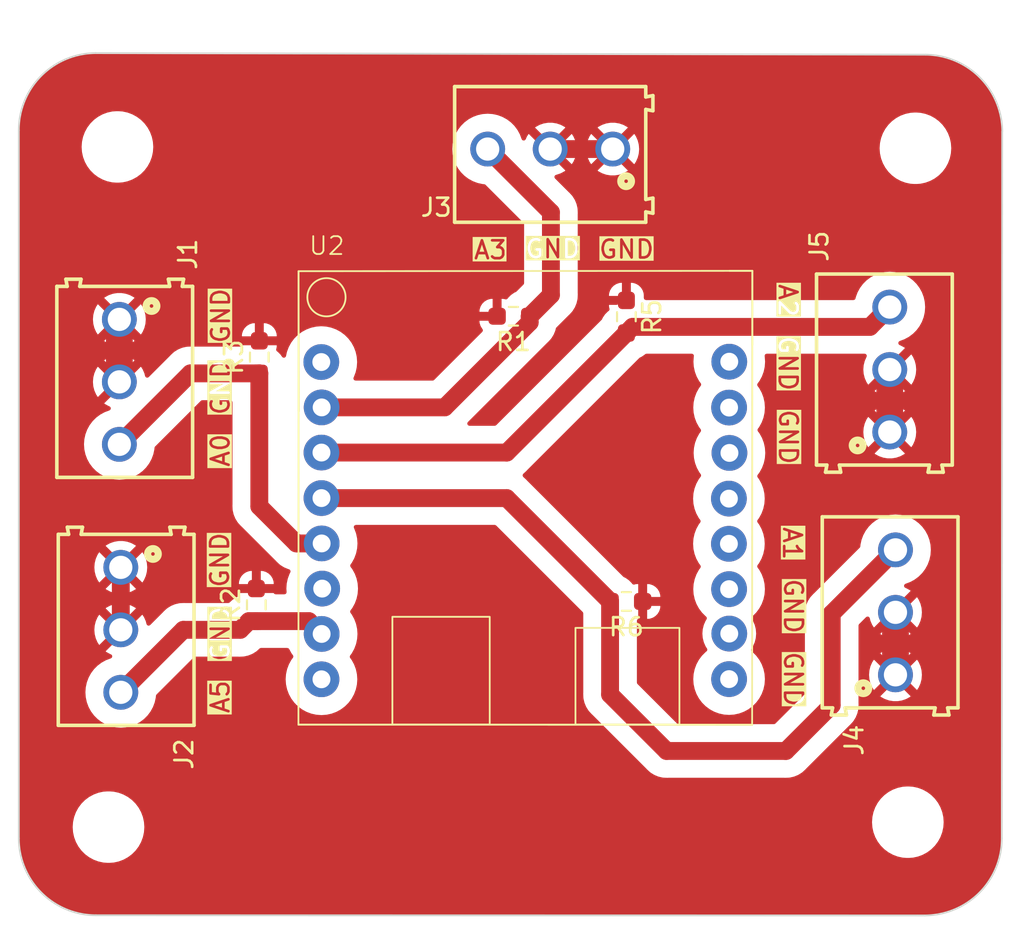
<source format=kicad_pcb>
(kicad_pcb (version 20221018) (generator pcbnew)
  (layers (0 "F.Cu" signal) (31 "B.Cu" signal) (34 "B.Paste" user) (35 "F.Paste" user) (36 "B.SilkS" user "B.Silkscreen") (37 "F.SilkS" user "F.Silkscreen") (38 "B.Mask" user) (39 "F.Mask" user) (44 "Edge.Cuts" user))
  (net 0 "")
  (net 1 "GND")
  (net 2 "A0")
  (net 3 "A5")
  (net 4 "A2")
  (net 14 "A1")
  (net 15 "A3")
  (net 16 "A4")
  (footprint "Resistor_SMD:R_0603_1608Metric_Pad0.98x0.95mm_HandSolder" (layer "F.Cu") (at 158.2425 91.76 180)
    (fp_text reference "R6" (at 0 -1.43) (layer "F.SilkS"))
    (fp_text value "1MΩ ")
    (fp_line (start -0.254724 -0.5225) (end 0.254724 -0.5225) (stroke (width 0.12)) (layer "F.SilkS"))
    (fp_line (start -0.254724 0.5225) (end 0.254724 0.5225) (stroke (width 0.12)) (layer "F.SilkS"))
    (pad "1" smd roundrect (at -0.9125 0 180) (size 0.975 0.95) (layers "F.Cu" "F.Paste" "F.Mask") (net 1 "GND"))
    (pad "2" smd roundrect (at 0.9125 0 180) (size 0.975 0.95) (layers "F.Cu" "F.Paste" "F.Mask") (net 14 "A1"))
  )
  (footprint "691214110003:691214110003" (layer "F.Cu") (at 129.8575 79.46 -90)
    (fp_text reference "J1" (at -7.15 -3.83 90) (layer "F.SilkS"))
    (fp_text value "691214110003")
    (fp_line (start -5.75 -3.595) (end -5.35 -3.52) (stroke (width 0.2)) (layer "F.SilkS"))
    (fp_line (start -5.75 -2.745) (end -5.75 -3.595) (stroke (width 0.2)) (layer "F.SilkS"))
    (fp_line (start -5.75 2.145) (end -5.35 2.22) (stroke (width 0.2)) (layer "F.SilkS"))
    (fp_line (start -5.75 2.995) (end -5.75 2.145) (stroke (width 0.2)) (layer "F.SilkS"))
    (fp_line (start -5.35 -4.1) (end 5.35 -4.1) (stroke (width 0.2)) (layer "F.SilkS"))
    (fp_line (start -5.35 -3.52) (end -5.35 -4.1) (stroke (width 0.2)) (layer "F.SilkS"))
    (fp_line (start -5.35 -2.82) (end -5.75 -2.745) (stroke (width 0.2)) (layer "F.SilkS"))
    (fp_line (start -5.35 2.22) (end -5.35 -2.82) (stroke (width 0.2)) (layer "F.SilkS"))
    (fp_line (start -5.35 2.92) (end -5.75 2.995) (stroke (width 0.2)) (layer "F.SilkS"))
    (fp_line (start -5.35 3.5) (end -5.35 2.92) (stroke (width 0.2)) (layer "F.SilkS"))
    (fp_line (start 5.35 -4.1) (end 5.35 3.5) (stroke (width 0.2)) (layer "F.SilkS"))
    (fp_line (start 5.35 3.5) (end -5.35 3.5) (stroke (width 0.2)) (layer "F.SilkS"))
    (fp_circle (center -4.25 -1.8) (end -4.15 -1.8) (stroke (width 0.4)) (fill none) (layer "F.SilkS"))
    (pad "1" thru_hole circle (at -3.5 0 270) (size 1.95 1.95) (drill 1.3) (layers "*.Cu" "*.Mask") (net 1 "GND"))
    (pad "2" thru_hole circle (at 0 0 270) (size 1.95 1.95) (drill 1.3) (layers "*.Cu" "*.Mask") (net 1 "GND"))
    (pad "3" thru_hole circle (at 3.5 0 270) (size 1.95 1.95) (drill 1.3) (layers "*.Cu" "*.Mask") (net 2 "A0"))
  )
  (footprint "c3 pico:c3 pico" (layer "F.Cu") (at 139.8725 73.33)
    (fp_text reference "U2" (at 1.6 -1.49 unlocked) (layer "F.SilkS") (effects (font (thickness 0.1))))
    (fp_text value "C3 Pico")
    (fp_line (start 0.01 25.33) (end 25.41 25.34) (stroke (width 0.1)) (layer "F.SilkS"))
    (fp_line (start 0.01 25.33) (end 25.42 25.34) (stroke (width 0.1)) (layer "F.SilkS"))
    (fp_line (start 0.02 -0.07) (end 0.01 25.33) (stroke (width 0.1)) (layer "F.SilkS"))
    (fp_line (start 0.02 -0.07) (end 0.03 7.78) (stroke (width 0.1)) (layer "F.SilkS"))
    (fp_line (start 25.41 25.34) (end 25.42 -0.09) (stroke (width 0.1)) (layer "F.SilkS"))
    (fp_line (start 25.42 -0.09) (end 0.02 -0.07) (stroke (width 0.1)) (layer "F.SilkS"))
    (fp_line (start 25.42 -0.09) (end 24.15 -0.09) (stroke (width 0.1)) (layer "F.SilkS"))
    (fp_line (start 25.42 -0.09) (end 25.42 4.06) (stroke (width 0.1)) (layer "F.SilkS"))
    (fp_rect (start 5.27 19.29) (end 10.72 25.32) (stroke (width 0.1)) (fill none) (layer "F.SilkS"))
    (fp_rect (start 15.52 19.91) (end 21.34 25.32) (stroke (width 0.1)) (fill none) (layer "F.SilkS"))
    (fp_circle (center 1.58 1.39) (end 2.46 2) (stroke (width 0.1)) (fill none) (layer "F.SilkS"))
    (pad "0" thru_hole oval (at 1.31 15.18) (size 2 2) (drill 1) (layers "*.Cu" "*.Mask") (net 2 "A0"))
    (pad "1" thru_hole oval (at 1.3 12.64) (size 2 2) (drill 1) (layers "*.Cu" "*.Mask") (net 14 "A1"))
    (pad "2" thru_hole oval (at 1.3 10.09) (size 2 2) (drill 1) (layers "*.Cu" "*.Mask") (net 4 "A2"))
    (pad "3" thru_hole oval (at 1.31 7.56) (size 2 2) (drill 1) (layers "*.Cu" "*.Mask") (net 15 "A3"))
    (pad "3V" thru_hole oval (at 1.3 22.79) (size 2 2) (drill 1) (layers "*.Cu" "*.Mask"))
    (pad "4" thru_hole oval (at 1.34 17.71) (size 2 2) (drill 1) (layers "*.Cu" "*.Mask") (net 16 "A4"))
    (pad "5" thru_hole oval (at 1.31 20.25) (size 2 2) (drill 1) (layers "*.Cu" "*.Mask") (net 3 "A5"))
    (pad "6" thru_hole oval (at 24.12 17.74) (size 2 2) (drill 1) (layers "*.Cu" "*.Mask"))
    (pad "7" thru_hole oval (at 24.11 15.2) (size 2 2) (drill 1) (layers "*.Cu" "*.Mask"))
    (pad "8" thru_hole oval (at 24.11 12.67) (size 2 2) (drill 1) (layers "*.Cu" "*.Mask"))
    (pad "10" thru_hole oval (at 24.14 10.11) (size 2 2) (drill 1) (layers "*.Cu" "*.Mask"))
    (pad "20" thru_hole oval (at 24.12 7.57) (size 2 2) (drill 1) (layers "*.Cu" "*.Mask"))
    (pad "21" thru_hole oval (at 24.13 5) (size 2 2) (drill 1) (layers "*.Cu" "*.Mask"))
    (pad "EN" thru_hole oval (at 1.29 5.02) (size 2 2) (drill 1) (layers "*.Cu" "*.Mask"))
    (pad "GND" thru_hole oval (at 24.13 20.23) (size 2 2) (drill 1) (layers "*.Cu" "*.Mask") (net 1 "GND"))
    (pad "V" thru_hole oval (at 24.12 22.78) (size 2 2) (drill 1) (layers "*.Cu" "*.Mask"))
  )
  (footprint "691214110003:691214110003" (layer "F.Cu") (at 173.3075 92.37 90)
    (fp_text reference "J4" (at -7.16 -2.31 90) (layer "F.SilkS"))
    (fp_text value "691214110003")
    (fp_line (start -5.75 -3.595) (end -5.35 -3.52) (stroke (width 0.2)) (layer "F.SilkS"))
    (fp_line (start -5.75 -2.745) (end -5.75 -3.595) (stroke (width 0.2)) (layer "F.SilkS"))
    (fp_line (start -5.75 2.145) (end -5.35 2.22) (stroke (width 0.2)) (layer "F.SilkS"))
    (fp_line (start -5.75 2.995) (end -5.75 2.145) (stroke (width 0.2)) (layer "F.SilkS"))
    (fp_line (start -5.35 -4.1) (end 5.35 -4.1) (stroke (width 0.2)) (layer "F.SilkS"))
    (fp_line (start -5.35 -3.52) (end -5.35 -4.1) (stroke (width 0.2)) (layer "F.SilkS"))
    (fp_line (start -5.35 -2.82) (end -5.75 -2.745) (stroke (width 0.2)) (layer "F.SilkS"))
    (fp_line (start -5.35 2.22) (end -5.35 -2.82) (stroke (width 0.2)) (layer "F.SilkS"))
    (fp_line (start -5.35 2.92) (end -5.75 2.995) (stroke (width 0.2)) (layer "F.SilkS"))
    (fp_line (start -5.35 3.5) (end -5.35 2.92) (stroke (width 0.2)) (layer "F.SilkS"))
    (fp_line (start 5.35 -4.1) (end 5.35 3.5) (stroke (width 0.2)) (layer "F.SilkS"))
    (fp_line (start 5.35 3.5) (end -5.35 3.5) (stroke (width 0.2)) (layer "F.SilkS"))
    (fp_circle (center -4.25 -1.8) (end -4.15 -1.8) (stroke (width 0.4)) (fill none) (layer "F.SilkS"))
    (pad "1" thru_hole circle (at -3.5 0 90) (size 1.95 1.95) (drill 1.3) (layers "*.Cu" "*.Mask") (net 1 "GND"))
    (pad "2" thru_hole circle (at 0 0 90) (size 1.95 1.95) (drill 1.3) (layers "*.Cu" "*.Mask") (net 1 "GND"))
    (pad "3" thru_hole circle (at 3.5 0 90) (size 1.95 1.95) (drill 1.3) (layers "*.Cu" "*.Mask") (net 14 "A1"))
  )
  (footprint "691214110003:691214110003" (layer "F.Cu") (at 129.9375 93.35 -90)
    (fp_text reference "J2" (at 6.96 -3.54 90) (layer "F.SilkS"))
    (fp_text value "691214110003")
    (fp_line (start -5.75 -3.595) (end -5.35 -3.52) (stroke (width 0.2)) (layer "F.SilkS"))
    (fp_line (start -5.75 -2.745) (end -5.75 -3.595) (stroke (width 0.2)) (layer "F.SilkS"))
    (fp_line (start -5.75 2.145) (end -5.35 2.22) (stroke (width 0.2)) (layer "F.SilkS"))
    (fp_line (start -5.75 2.995) (end -5.75 2.145) (stroke (width 0.2)) (layer "F.SilkS"))
    (fp_line (start -5.35 -4.1) (end 5.35 -4.1) (stroke (width 0.2)) (layer "F.SilkS"))
    (fp_line (start -5.35 -3.52) (end -5.35 -4.1) (stroke (width 0.2)) (layer "F.SilkS"))
    (fp_line (start -5.35 -2.82) (end -5.75 -2.745) (stroke (width 0.2)) (layer "F.SilkS"))
    (fp_line (start -5.35 2.22) (end -5.35 -2.82) (stroke (width 0.2)) (layer "F.SilkS"))
    (fp_line (start -5.35 2.92) (end -5.75 2.995) (stroke (width 0.2)) (layer "F.SilkS"))
    (fp_line (start -5.35 3.5) (end -5.35 2.92) (stroke (width 0.2)) (layer "F.SilkS"))
    (fp_line (start 5.35 -4.1) (end 5.35 3.5) (stroke (width 0.2)) (layer "F.SilkS"))
    (fp_line (start 5.35 3.5) (end -5.35 3.5) (stroke (width 0.2)) (layer "F.SilkS"))
    (fp_circle (center -4.25 -1.8) (end -4.15 -1.8) (stroke (width 0.4)) (fill none) (layer "F.SilkS"))
    (pad "1" thru_hole circle (at -3.5 0 270) (size 1.95 1.95) (drill 1.3) (layers "*.Cu" "*.Mask") (net 1 "GND"))
    (pad "2" thru_hole circle (at 0 0 270) (size 1.95 1.95) (drill 1.3) (layers "*.Cu" "*.Mask") (net 1 "GND"))
    (pad "3" thru_hole circle (at 3.5 0 270) (size 1.95 1.95) (drill 1.3) (layers "*.Cu" "*.Mask") (net 3 "A5"))
  )
  (footprint "691214110003:691214110003" (layer "F.Cu") (at 172.9875 78.77 90)
    (fp_text reference "J5" (at 6.91 -3.95 90) (layer "F.SilkS"))
    (fp_text value "691214110003")
    (fp_line (start -5.75 -3.595) (end -5.35 -3.52) (stroke (width 0.2)) (layer "F.SilkS"))
    (fp_line (start -5.75 -2.745) (end -5.75 -3.595) (stroke (width 0.2)) (layer "F.SilkS"))
    (fp_line (start -5.75 2.145) (end -5.35 2.22) (stroke (width 0.2)) (layer "F.SilkS"))
    (fp_line (start -5.75 2.995) (end -5.75 2.145) (stroke (width 0.2)) (layer "F.SilkS"))
    (fp_line (start -5.35 -4.1) (end 5.35 -4.1) (stroke (width 0.2)) (layer "F.SilkS"))
    (fp_line (start -5.35 -3.52) (end -5.35 -4.1) (stroke (width 0.2)) (layer "F.SilkS"))
    (fp_line (start -5.35 -2.82) (end -5.75 -2.745) (stroke (width 0.2)) (layer "F.SilkS"))
    (fp_line (start -5.35 2.22) (end -5.35 -2.82) (stroke (width 0.2)) (layer "F.SilkS"))
    (fp_line (start -5.35 2.92) (end -5.75 2.995) (stroke (width 0.2)) (layer "F.SilkS"))
    (fp_line (start -5.35 3.5) (end -5.35 2.92) (stroke (width 0.2)) (layer "F.SilkS"))
    (fp_line (start 5.35 -4.1) (end 5.35 3.5) (stroke (width 0.2)) (layer "F.SilkS"))
    (fp_line (start 5.35 3.5) (end -5.35 3.5) (stroke (width 0.2)) (layer "F.SilkS"))
    (fp_circle (center -4.25 -1.8) (end -4.15 -1.8) (stroke (width 0.4)) (fill none) (layer "F.SilkS"))
    (pad "1" thru_hole circle (at -3.5 0 90) (size 1.95 1.95) (drill 1.3) (layers "*.Cu" "*.Mask") (net 1 "GND"))
    (pad "2" thru_hole circle (at 0 0 90) (size 1.95 1.95) (drill 1.3) (layers "*.Cu" "*.Mask") (net 1 "GND"))
    (pad "3" thru_hole circle (at 3.5 0 90) (size 1.95 1.95) (drill 1.3) (layers "*.Cu" "*.Mask") (net 4 "A2"))
  )
  (footprint "Resistor_SMD:R_0603_1608Metric_Pad0.98x0.95mm_HandSolder" (layer "F.Cu") (at 158.2425 75.81 -90)
    (fp_text reference "R5" (at 0 -1.43 90) (layer "F.SilkS"))
    (fp_text value "1MΩ ")
    (fp_line (start -0.254724 -0.5225) (end 0.254724 -0.5225) (stroke (width 0.12)) (layer "F.SilkS"))
    (fp_line (start -0.254724 0.5225) (end 0.254724 0.5225) (stroke (width 0.12)) (layer "F.SilkS"))
    (pad "1" smd roundrect (at -0.9125 0 270) (size 0.975 0.95) (layers "F.Cu" "F.Paste" "F.Mask") (net 1 "GND"))
    (pad "2" smd roundrect (at 0.9125 0 270) (size 0.975 0.95) (layers "F.Cu" "F.Paste" "F.Mask") (net 4 "A2"))
  )
  (footprint "MountingHole:MountingHole_3.5mm" (layer "F.Cu") (at 174 104.125)
    (fp_text reference "H3" hide)
    (fp_text value "MountingHole")
    (pad "" np_thru_hole circle (at 0 0) (size 3.5 3.5) (drill 3.5) (layers "*.Cu" "*.Mask"))
  )
  (footprint "Resistor_SMD:R_0603_1608Metric_Pad0.98x0.95mm_HandSolder" (layer "F.Cu") (at 137.525 91.95 90)
    (fp_text reference "R2" (at 0 -1.43 90) (layer "F.SilkS"))
    (fp_text value "1MΩ ")
    (fp_line (start -0.254724 -0.5225) (end 0.254724 -0.5225) (stroke (width 0.12)) (layer "F.SilkS"))
    (fp_line (start -0.254724 0.5225) (end 0.254724 0.5225) (stroke (width 0.12)) (layer "F.SilkS"))
    (pad "1" smd roundrect (at -0.9125 0 90) (size 0.975 0.95) (layers "F.Cu" "F.Paste" "F.Mask") (net 3 "A5"))
    (pad "2" smd roundrect (at 0.9125 0 90) (size 0.975 0.95) (layers "F.Cu" "F.Paste" "F.Mask") (net 1 "GND"))
  )
  (footprint "Resistor_SMD:R_0603_1608Metric_Pad0.98x0.95mm_HandSolder" (layer "F.Cu") (at 137.6925 78.0725 90)
    (fp_text reference "R3" (at 0 -1.43 90) (layer "F.SilkS"))
    (fp_text value "1MΩ ")
    (fp_line (start -0.254724 -0.5225) (end 0.254724 -0.5225) (stroke (width 0.12)) (layer "F.SilkS"))
    (fp_line (start -0.254724 0.5225) (end 0.254724 0.5225) (stroke (width 0.12)) (layer "F.SilkS"))
    (pad "1" smd roundrect (at -0.9125 0 90) (size 0.975 0.95) (layers "F.Cu" "F.Paste" "F.Mask") (net 2 "A0"))
    (pad "2" smd roundrect (at 0.9125 0 90) (size 0.975 0.95) (layers "F.Cu" "F.Paste" "F.Mask") (net 1 "GND"))
  )
  (footprint "Resistor_SMD:R_0603_1608Metric_Pad0.98x0.95mm_HandSolder" (layer "F.Cu") (at 151.9175 75.785 180)
    (fp_text reference "R1" (at 0 -1.43) (layer "F.SilkS"))
    (fp_text value "1MΩ ")
    (fp_line (start -0.254724 -0.5225) (end 0.254724 -0.5225) (stroke (width 0.12)) (layer "F.SilkS"))
    (fp_line (start -0.254724 0.5225) (end 0.254724 0.5225) (stroke (width 0.12)) (layer "F.SilkS"))
    (pad "1" smd roundrect (at -0.9125 0 180) (size 0.975 0.95) (layers "F.Cu" "F.Paste" "F.Mask") (net 15 "A3"))
    (pad "2" smd roundrect (at 0.9125 0 180) (size 0.975 0.95) (layers "F.Cu" "F.Paste" "F.Mask") (net 1 "GND"))
  )
  (footprint "MountingHole:MountingHole_3.5mm" (layer "F.Cu") (at 129.75 66.3)
    (fp_text reference "H1" hide)
    (fp_text value "MountingHole")
    (pad "" np_thru_hole circle (at 0 0) (size 3.5 3.5) (drill 3.5) (layers "*.Cu" "*.Mask"))
  )
  (footprint "MountingHole:MountingHole_3.5mm" (layer "F.Cu") (at 174.425 66.375)
    (fp_text reference "H2" hide)
    (fp_text value "MountingHole")
    (pad "" np_thru_hole circle (at 0 0) (size 3.5 3.5) (drill 3.5) (layers "*.Cu" "*.Mask"))
  )
  (footprint "691214110003:691214110003" (layer "F.Cu") (at 153.9775 66.42 180)
    (fp_text reference "J3" (at 6.38 -3.27) (layer "F.SilkS"))
    (fp_text value "691214110003")
    (fp_line (start -5.75 -3.595) (end -5.35 -3.52) (stroke (width 0.2)) (layer "F.SilkS"))
    (fp_line (start -5.75 -2.745) (end -5.75 -3.595) (stroke (width 0.2)) (layer "F.SilkS"))
    (fp_line (start -5.75 2.145) (end -5.35 2.22) (stroke (width 0.2)) (layer "F.SilkS"))
    (fp_line (start -5.75 2.995) (end -5.75 2.145) (stroke (width 0.2)) (layer "F.SilkS"))
    (fp_line (start -5.35 -4.1) (end 5.35 -4.1) (stroke (width 0.2)) (layer "F.SilkS"))
    (fp_line (start -5.35 -3.52) (end -5.35 -4.1) (stroke (width 0.2)) (layer "F.SilkS"))
    (fp_line (start -5.35 -2.82) (end -5.75 -2.745) (stroke (width 0.2)) (layer "F.SilkS"))
    (fp_line (start -5.35 2.22) (end -5.35 -2.82) (stroke (width 0.2)) (layer "F.SilkS"))
    (fp_line (start -5.35 2.92) (end -5.75 2.995) (stroke (width 0.2)) (layer "F.SilkS"))
    (fp_line (start -5.35 3.5) (end -5.35 2.92) (stroke (width 0.2)) (layer "F.SilkS"))
    (fp_line (start 5.35 -4.1) (end 5.35 3.5) (stroke (width 0.2)) (layer "F.SilkS"))
    (fp_line (start 5.35 3.5) (end -5.35 3.5) (stroke (width 0.2)) (layer "F.SilkS"))
    (fp_circle (center -4.25 -1.8) (end -4.15 -1.8) (stroke (width 0.4)) (fill none) (layer "F.SilkS"))
    (pad "1" thru_hole circle (at -3.5 0 180) (size 1.95 1.95) (drill 1.3) (layers "*.Cu" "*.Mask") (net 1 "GND"))
    (pad "2" thru_hole circle (at 0 0 180) (size 1.95 1.95) (drill 1.3) (layers "*.Cu" "*.Mask") (net 1 "GND"))
    (pad "3" thru_hole circle (at 3.5 0 180) (size 1.95 1.95) (drill 1.3) (layers "*.Cu" "*.Mask") (net 15 "A3"))
  )
  (footprint "MountingHole:MountingHole_3.5mm" (layer "F.Cu") (at 129.25 104.4)
    (fp_text reference "H4" hide)
    (fp_text value "MountingHole")
    (pad "" np_thru_hole circle (at 0 0) (size 3.5 3.5) (drill 3.5) (layers "*.Cu" "*.Mask"))
  )
  (gr_line (start 124.229534 105.029444) (end 124.229583 65.365566) (stroke (width 0.1)) (layer "Edge.Cuts"))
  (gr_arc (start 179.260278 105.025215) (mid 177.999999 108.075) (end 174.954444 109.345466) (stroke (width 0.1)) (layer "Edge.Cuts"))
  (gr_arc (start 128.549785 109.335278) (mid 125.5 108.074999) (end 124.229534 105.029444) (stroke (width 0.1)) (layer "Edge.Cuts"))
  (gr_arc (start 124.229583 65.365566) (mid 125.489861 62.31578) (end 128.535417 61.045315) (stroke (width 0.1)) (layer "Edge.Cuts"))
  (gr_line (start 179.280466 65.445555) (end 179.260278 105.025215) (stroke (width 0.1)) (layer "Edge.Cuts"))
  (gr_line (start 174.954444 109.345466) (end 128.549785 109.335278) (stroke (width 0.1)) (layer "Edge.Cuts"))
  (gr_line (start 128.535417 61.045315) (end 175.004583 61.134684) (stroke (width 0.1)) (layer "Edge.Cuts"))
  (gr_arc (start 175.004583 61.134685) (mid 178.029388 62.411972) (end 179.285728 65.445537) (stroke (width 0.1)) (layer "Edge.Cuts"))
  (gr_text "GND" (at 136.1 81.4 90) (layer "F.SilkS" knockout) (effects (font (size 1 1)) (justify left bottom)))
  (gr_text "A3" (at 149.6275 72.66) (layer "F.SilkS" knockout) (effects (font (size 1 1)) (justify left bottom)))
  (gr_text "GND" (at 152.5 72.6) (layer "F.SilkS" knockout) (effects (font (size 1 1)) (justify left bottom)))
  (gr_text "GND" (at 136.1175 77.38 90) (layer "F.SilkS" knockout) (effects (font (size 1 1)) (justify left bottom)))
  (gr_text "GND" (at 167 90.4 -90) (layer "F.SilkS" knockout) (effects (font (size 1 1)) (justify left bottom)))
  (gr_text "GND" (at 136.0675 91.06 90) (layer "F.SilkS" knockout) (effects (font (size 1 1)) (justify left bottom)))
  (gr_text "GND" (at 166.9975 94.49 -90) (layer "F.SilkS" knockout) (effects (font (size 1 1)) (justify left bottom)))
  (gr_text "GND" (at 166.7175 80.92 -90) (layer "F.SilkS" knockout) (effects (font (size 1 1)) (justify left bottom)))
  (gr_text "A1" (at 166.9475 87.51 270) (layer "F.SilkS" knockout) (effects (font (size 1 1)) (justify left bottom)))
  (gr_text "A5" (at 136.0925 98.1 90) (layer "F.SilkS" knockout) (effects (font (size 1 1)) (justify left bottom)))
  (gr_text "GND" (at 156.6275 72.62) (layer "F.SilkS" knockout) (effects (font (size 1 1)) (justify left bottom)))
  (gr_text "GND" (at 166.7 76.8 -90) (layer "F.SilkS" knockout) (effects (font (size 1 1)) (justify left bottom)))
  (gr_text "GND" (at 136.1 95.2 90) (layer "F.SilkS" knockout) (effects (font (size 1 1)) (justify left bottom)))
  (gr_text "A0" (at 136.1 84.3 90) (layer "F.SilkS" knockout) (effects (font (size 1 1)) (justify left bottom)))
  (gr_text "A2" (at 166.7 73.9 270) (layer "F.SilkS" knockout) (effects (font (size 1 1)) (justify left bottom)))
  (segment (start 173.3075 92.37) (end 173.3075 95.87) (width 1.5) (layer "F.Cu") (net 1))
  (segment (start 129.8575 79.46) (end 129.8575 75.96) (width 1.5) (layer "F.Cu") (net 1))
  (segment (start 130.1675 79.36) (end 130.2675 79.46) (width 1) (layer "F.Cu") (net 1))
  (segment (start 129.9375 93.35) (end 129.9375 89.85) (width 1) (layer "F.Cu") (net 1))
  (segment (start 153.9775 66.42) (end 157.4775 66.42) (width 1) (layer "F.Cu") (net 1))
  (segment (start 153.9775 66.42) (end 154.0175 66.46) (width 1) (layer "F.Cu") (net 1))
  (segment (start 129.9375 93.35) (end 130.01 93.4225) (width 1) (layer "F.Cu") (net 1))
  (segment (start 172.9875 78.77) (end 172.9875 82.27) (width 1.5) (layer "F.Cu") (net 1))
  (segment (start 137.6925 78.985) (end 133.8325 78.985) (width 1) (layer "F.Cu") (net 2))
  (segment (start 139.768287 88.51) (end 141.1825 88.51) (width 1) (layer "F.Cu") (net 2))
  (segment (start 137.6925 86.434213) (end 139.768287 88.51) (width 1) (layer "F.Cu") (net 2))
  (segment (start 137.6925 78.985) (end 137.6925 86.434213) (width 1) (layer "F.Cu") (net 2))
  (segment (start 133.8325 78.985) (end 129.8575 82.96) (width 1) (layer "F.Cu") (net 2))
  (segment (start 136.625 93.35) (end 133.4375 93.35) (width 1) (layer "F.Cu") (net 3))
  (segment (start 140.465 92.8625) (end 141.1825 93.58) (width 1) (layer "F.Cu") (net 3))
  (segment (start 136.625 93.35) (end 137.1125 92.8625) (width 1) (layer "F.Cu") (net 3))
  (segment (start 137.525 92.8625) (end 140.465 92.8625) (width 1) (layer "F.Cu") (net 3))
  (segment (start 133.4375 93.35) (end 129.9375 96.85) (width 1) (layer "F.Cu") (net 3))
  (segment (start 141.025 93.4225) (end 141.1825 93.58) (width 1.5) (layer "F.Cu") (net 3))
  (segment (start 137.1125 92.8625) (end 137.525 92.8625) (width 1) (layer "F.Cu") (net 3))
  (segment (start 151.545 83.42) (end 141.1725 83.42) (width 1) (layer "F.Cu") (net 4))
  (segment (start 158.585 76.38) (end 171.8775 76.38) (width 1) (layer "F.Cu") (net 4))
  (segment (start 158.2425 76.7225) (end 158.585 76.38) (width 1) (layer "F.Cu") (net 4))
  (segment (start 158.2425 76.7225) (end 151.545 83.42) (width 1) (layer "F.Cu") (net 4))
  (segment (start 171.8775 76.38) (end 172.9875 75.27) (width 1) (layer "F.Cu") (net 4))
  (segment (start 167.1725 100.135) (end 169.7375 97.57) (width 1) (layer "F.Cu") (net 14))
  (segment (start 160.4925 100.135) (end 167.1725 100.135) (width 1) (layer "F.Cu") (net 14))
  (segment (start 169.7375 97.57) (end 169.7375 92.44) (width 1) (layer "F.Cu") (net 14))
  (segment (start 151.54 85.97) (end 157.33 91.76) (width 1) (layer "F.Cu") (net 14))
  (segment (start 169.7375 92.44) (end 173.3075 88.87) (width 1) (layer "F.Cu") (net 14))
  (segment (start 141.1725 85.97) (end 151.54 85.97) (width 1) (layer "F.Cu") (net 14))
  (segment (start 157.33 96.9725) (end 160.4925 100.135) (width 1) (layer "F.Cu") (net 14))
  (segment (start 157.33 91.76) (end 157.33 96.9725) (width 1) (layer "F.Cu") (net 14))
  (segment (start 152.83 75.785) (end 152.83 76.126879) (width 1) (layer "F.Cu") (net 15))
  (segment (start 154.0175 74.5975) (end 154.0175 69.96) (width 1) (layer "F.Cu") (net 15))
  (segment (start 154.0175 69.96) (end 150.4775 66.42) (width 1) (layer "F.Cu") (net 15))
  (segment (start 148.066879 80.89) (end 141.1825 80.89) (width 1) (layer "F.Cu") (net 15))
  (segment (start 152.83 76.126879) (end 148.066879 80.89) (width 1) (layer "F.Cu") (net 15))
  (segment (start 154.0175 74.5975) (end 152.83 75.785) (width 1) (layer "F.Cu") (net 15))
  (zone (net 1) (net_name "GND") (layer "F.Cu") (connect_pads (clearance 1)) (min_thickness 0.25) (fill yes (thermal_gap 0.5) (thermal_bridge_width 0.5))
    (polygon (pts (xy 123.19 58.62) (xy 180.51 58.07) (xy 180.46 110.05) (xy 123.175 110.725)))
  )
)
</source>
